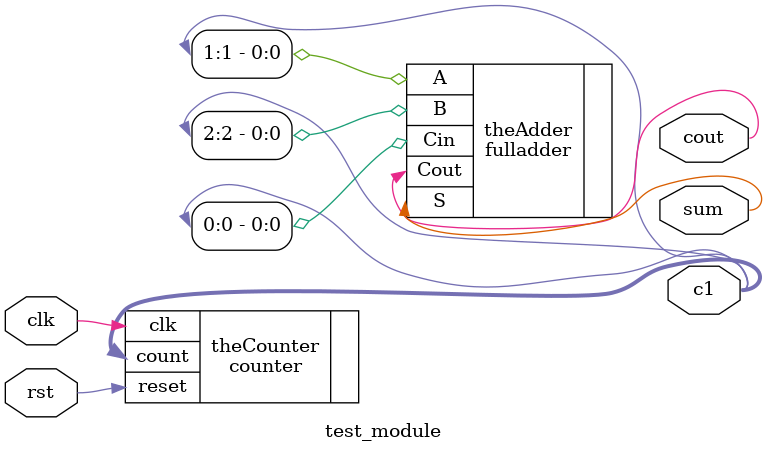
<source format=v>
`timescale 1ns / 1ps
module test_module(
    input clk,
    input rst,
    output cout,
    output sum,
	 output [3:0] c1
    );

counter theCounter(.clk(clk), .reset(rst), .count(c1));
fulladder theAdder(.Cin(c1[0]), .A(c1[1]), .B(c1[2]), .Cout(cout), .S(sum)); 

endmodule

</source>
